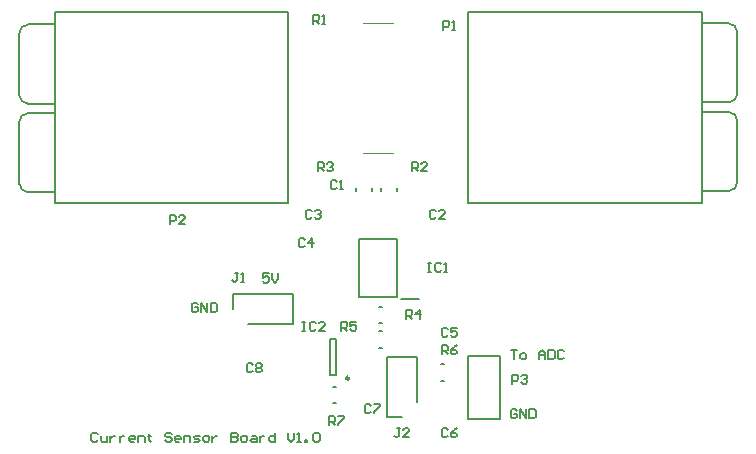
<source format=gto>
G04*
G04 #@! TF.GenerationSoftware,Altium Limited,Altium Designer,20.1.12 (249)*
G04*
G04 Layer_Color=65535*
%FSLAX44Y44*%
%MOMM*%
G71*
G04*
G04 #@! TF.SameCoordinates,2AA84F29-7605-4DC1-95F6-89BBEAF3FCC8*
G04*
G04*
G04 #@! TF.FilePolarity,Positive*
G04*
G01*
G75*
%ADD10C,0.2000*%
%ADD11C,0.2500*%
%ADD12C,0.1000*%
%ADD13C,0.2032*%
D10*
X556500Y294500D02*
G03*
X564000Y302000I0J7500D01*
G01*
Y354000D02*
G03*
X556500Y361500I-7500J0D01*
G01*
X564000Y279000D02*
G03*
X556500Y286500I-7500J0D01*
G01*
Y219500D02*
G03*
X564000Y227000I0J7500D01*
G01*
X-36500Y285500D02*
G03*
X-44000Y278000I0J-7500D01*
G01*
Y226000D02*
G03*
X-36500Y218500I7500J0D01*
G01*
X-44000Y301000D02*
G03*
X-36500Y293500I7500J0D01*
G01*
Y360500D02*
G03*
X-44000Y353000I0J-7500D01*
G01*
X150000Y107300D02*
X188100D01*
Y132700D01*
X137300D02*
X188100D01*
X137300Y120000D02*
Y132700D01*
X292985Y40858D02*
Y78958D01*
X267585D02*
X292985D01*
X267585Y28157D02*
Y78958D01*
Y28157D02*
X280285D01*
X279500Y128365D02*
X294750D01*
X276000Y129665D02*
Y178665D01*
X244000D02*
X276000D01*
X244000Y129665D02*
Y178665D01*
Y129665D02*
X276000D01*
X262043Y219750D02*
Y222250D01*
X276043Y219750D02*
Y222250D01*
X241000Y219750D02*
Y222250D01*
X255000Y219750D02*
Y222250D01*
X260750Y107622D02*
X263250D01*
X260750Y121622D02*
X263250D01*
X260750Y100580D02*
X263250D01*
X260750Y86580D02*
X263250D01*
X313528Y59000D02*
X316028D01*
X313528Y73000D02*
X316028D01*
X221750Y39707D02*
X224250D01*
X221750Y53707D02*
X224250D01*
X336000Y209000D02*
Y371000D01*
X534000Y209000D02*
Y371000D01*
X336000D02*
X534000D01*
X336000Y209000D02*
X534000Y209000D01*
Y294500D02*
X556500D01*
X564000Y302000D02*
Y354500D01*
X534000Y361500D02*
X556500D01*
X534000Y286500D02*
X556500D01*
X564000Y227000D02*
Y279500D01*
X534000Y219500D02*
X556500D01*
X184000Y209000D02*
Y371000D01*
X-14000Y209000D02*
Y371000D01*
Y209000D02*
X184000D01*
X-14000Y371000D02*
X184000Y371000D01*
X-36500Y285500D02*
X-14000D01*
X-44000Y225500D02*
Y278000D01*
X-36500Y218500D02*
X-14000D01*
X-36500Y293500D02*
X-14000D01*
X-44000Y300500D02*
Y353000D01*
X-36500Y360500D02*
X-14000D01*
X336070Y79900D02*
X362970D01*
X336070Y26100D02*
Y79900D01*
Y26100D02*
X362970D01*
Y79900D01*
X219500Y64000D02*
X224500D01*
X219500Y94000D02*
X224500D01*
Y64000D02*
Y94000D01*
X219500Y64000D02*
Y94000D01*
X22332Y13664D02*
X20999Y14997D01*
X18333D01*
X17000Y13664D01*
Y8333D01*
X18333Y7000D01*
X20999D01*
X22332Y8333D01*
X24997Y12332D02*
Y8333D01*
X26330Y7000D01*
X30329D01*
Y12332D01*
X32995D02*
Y7000D01*
Y9666D01*
X34328Y10999D01*
X35661Y12332D01*
X36994D01*
X40992D02*
Y7000D01*
Y9666D01*
X42325Y10999D01*
X43658Y12332D01*
X44991D01*
X52988Y7000D02*
X50323D01*
X48990Y8333D01*
Y10999D01*
X50323Y12332D01*
X52988D01*
X54321Y10999D01*
Y9666D01*
X48990D01*
X56987Y7000D02*
Y12332D01*
X60986D01*
X62319Y10999D01*
Y7000D01*
X66317Y13664D02*
Y12332D01*
X64984D01*
X67650D01*
X66317D01*
Y8333D01*
X67650Y7000D01*
X84978Y13664D02*
X83645Y14997D01*
X80979D01*
X79646Y13664D01*
Y12332D01*
X80979Y10999D01*
X83645D01*
X84978Y9666D01*
Y8333D01*
X83645Y7000D01*
X80979D01*
X79646Y8333D01*
X91643Y7000D02*
X88977D01*
X87644Y8333D01*
Y10999D01*
X88977Y12332D01*
X91643D01*
X92976Y10999D01*
Y9666D01*
X87644D01*
X95641Y7000D02*
Y12332D01*
X99640D01*
X100973Y10999D01*
Y7000D01*
X103639D02*
X107637D01*
X108970Y8333D01*
X107637Y9666D01*
X104972D01*
X103639Y10999D01*
X104972Y12332D01*
X108970D01*
X112969Y7000D02*
X115635D01*
X116968Y8333D01*
Y10999D01*
X115635Y12332D01*
X112969D01*
X111636Y10999D01*
Y8333D01*
X112969Y7000D01*
X119634Y12332D02*
Y7000D01*
Y9666D01*
X120967Y10999D01*
X122299Y12332D01*
X123632D01*
X135628Y14997D02*
Y7000D01*
X139627D01*
X140960Y8333D01*
Y9666D01*
X139627Y10999D01*
X135628D01*
X139627D01*
X140960Y12332D01*
Y13664D01*
X139627Y14997D01*
X135628D01*
X144959Y7000D02*
X147625D01*
X148957Y8333D01*
Y10999D01*
X147625Y12332D01*
X144959D01*
X143626Y10999D01*
Y8333D01*
X144959Y7000D01*
X152956Y12332D02*
X155622D01*
X156955Y10999D01*
Y7000D01*
X152956D01*
X151623Y8333D01*
X152956Y9666D01*
X156955D01*
X159621Y12332D02*
Y7000D01*
Y9666D01*
X160954Y10999D01*
X162286Y12332D01*
X163619D01*
X172950Y14997D02*
Y7000D01*
X168951D01*
X167618Y8333D01*
Y10999D01*
X168951Y12332D01*
X172950D01*
X183613Y14997D02*
Y9666D01*
X186279Y7000D01*
X188944Y9666D01*
Y14997D01*
X191610Y7000D02*
X194276D01*
X192943D01*
Y14997D01*
X191610Y13664D01*
X198275Y7000D02*
Y8333D01*
X199608D01*
Y7000D01*
X198275D01*
X204939Y13664D02*
X206272Y14997D01*
X208938D01*
X210271Y13664D01*
Y8333D01*
X208938Y7000D01*
X206272D01*
X204939Y8333D01*
Y13664D01*
X167332Y149997D02*
X162000D01*
Y145999D01*
X164666Y147332D01*
X165999D01*
X167332Y145999D01*
Y143333D01*
X165999Y142000D01*
X163333D01*
X162000Y143333D01*
X169997Y149997D02*
Y144666D01*
X172663Y142000D01*
X175329Y144666D01*
Y149997D01*
X107332Y123665D02*
X105999Y124997D01*
X103333D01*
X102000Y123665D01*
Y118333D01*
X103333Y117000D01*
X105999D01*
X107332Y118333D01*
Y120999D01*
X104666D01*
X109997Y117000D02*
Y124997D01*
X115329Y117000D01*
Y124997D01*
X117995D02*
Y117000D01*
X121994D01*
X123326Y118333D01*
Y123665D01*
X121994Y124997D01*
X117995D01*
X372000Y84997D02*
X377332D01*
X374666D01*
Y77000D01*
X381330D02*
X383996D01*
X385329Y78333D01*
Y80999D01*
X383996Y82332D01*
X381330D01*
X379997Y80999D01*
Y78333D01*
X381330Y77000D01*
X395992D02*
Y82332D01*
X398658Y84997D01*
X401324Y82332D01*
Y77000D01*
Y80999D01*
X395992D01*
X403990Y84997D02*
Y77000D01*
X407988D01*
X409321Y78333D01*
Y83665D01*
X407988Y84997D01*
X403990D01*
X417319Y83665D02*
X415986Y84997D01*
X413320D01*
X411987Y83665D01*
Y78333D01*
X413320Y77000D01*
X415986D01*
X417319Y78333D01*
X377332Y33665D02*
X375999Y34997D01*
X373333D01*
X372000Y33665D01*
Y28333D01*
X373333Y27000D01*
X375999D01*
X377332Y28333D01*
Y30999D01*
X374666D01*
X379997Y27000D02*
Y34997D01*
X385329Y27000D01*
Y34997D01*
X387995D02*
Y27000D01*
X391994D01*
X393326Y28333D01*
Y33665D01*
X391994Y34997D01*
X387995D01*
D11*
X235250Y61000D02*
G03*
X235250Y61000I-1250J0D01*
G01*
D12*
X247250Y362000D02*
X272500D01*
X247500Y252000D02*
X272500D01*
D13*
X218652Y21191D02*
Y28809D01*
X222461D01*
X223730Y27539D01*
Y25000D01*
X222461Y23730D01*
X218652D01*
X221191D02*
X223730Y21191D01*
X226270Y28809D02*
X231348D01*
Y27539D01*
X226270Y22461D01*
Y21191D01*
X313652Y81191D02*
Y88809D01*
X317461D01*
X318730Y87539D01*
Y85000D01*
X317461Y83730D01*
X313652D01*
X316191D02*
X318730Y81191D01*
X326348Y88809D02*
X323809Y87539D01*
X321270Y85000D01*
Y82461D01*
X322539Y81191D01*
X325078D01*
X326348Y82461D01*
Y83730D01*
X325078Y85000D01*
X321270D01*
X228652Y101191D02*
Y108809D01*
X232461D01*
X233730Y107539D01*
Y105000D01*
X232461Y103730D01*
X228652D01*
X231191D02*
X233730Y101191D01*
X241348Y108809D02*
X236270D01*
Y105000D01*
X238809Y106270D01*
X240078D01*
X241348Y105000D01*
Y102461D01*
X240078Y101191D01*
X237539D01*
X236270Y102461D01*
X283652Y111191D02*
Y118809D01*
X287461D01*
X288730Y117539D01*
Y115000D01*
X287461Y113730D01*
X283652D01*
X286191D02*
X288730Y111191D01*
X295078D02*
Y118809D01*
X291270Y115000D01*
X296348D01*
X208652Y236191D02*
Y243809D01*
X212461D01*
X213730Y242539D01*
Y240000D01*
X212461Y238730D01*
X208652D01*
X211191D02*
X213730Y236191D01*
X216270Y242539D02*
X217539Y243809D01*
X220078D01*
X221348Y242539D01*
Y241270D01*
X220078Y240000D01*
X218809D01*
X220078D01*
X221348Y238730D01*
Y237461D01*
X220078Y236191D01*
X217539D01*
X216270Y237461D01*
X288652Y236191D02*
Y243809D01*
X292461D01*
X293730Y242539D01*
Y240000D01*
X292461Y238730D01*
X288652D01*
X291191D02*
X293730Y236191D01*
X301348D02*
X296270D01*
X301348Y241270D01*
Y242539D01*
X300078Y243809D01*
X297539D01*
X296270Y242539D01*
X204922Y361191D02*
Y368809D01*
X208730D01*
X210000Y367539D01*
Y365000D01*
X208730Y363730D01*
X204922D01*
X207461D02*
X210000Y361191D01*
X212539D02*
X215078D01*
X213809D01*
Y368809D01*
X212539Y367539D01*
X373652Y56191D02*
Y63809D01*
X377461D01*
X378730Y62539D01*
Y60000D01*
X377461Y58730D01*
X373652D01*
X381270Y62539D02*
X382539Y63809D01*
X385078D01*
X386348Y62539D01*
Y61270D01*
X385078Y60000D01*
X383809D01*
X385078D01*
X386348Y58730D01*
Y57461D01*
X385078Y56191D01*
X382539D01*
X381270Y57461D01*
X83652Y191191D02*
Y198809D01*
X87461D01*
X88730Y197539D01*
Y195000D01*
X87461Y193730D01*
X83652D01*
X96348Y191191D02*
X91270D01*
X96348Y196270D01*
Y197539D01*
X95078Y198809D01*
X92539D01*
X91270Y197539D01*
X314922Y356191D02*
Y363809D01*
X318730D01*
X320000Y362539D01*
Y360000D01*
X318730Y358730D01*
X314922D01*
X322539Y356191D02*
X325078D01*
X323809D01*
Y363809D01*
X322539Y362539D01*
X278730Y18809D02*
X276191D01*
X277461D01*
Y12461D01*
X276191Y11191D01*
X274922D01*
X273652Y12461D01*
X286348Y11191D02*
X281270D01*
X286348Y16270D01*
Y17539D01*
X285078Y18809D01*
X282539D01*
X281270Y17539D01*
X141610Y150096D02*
X139071D01*
X140341D01*
Y143748D01*
X139071Y142478D01*
X137802D01*
X136532Y143748D01*
X144150Y142478D02*
X146689D01*
X145419D01*
Y150096D01*
X144150Y148826D01*
X195478Y108809D02*
X198017D01*
X196748D01*
Y101191D01*
X195478D01*
X198017D01*
X206904Y107539D02*
X205635Y108809D01*
X203096D01*
X201826Y107539D01*
Y102461D01*
X203096Y101191D01*
X205635D01*
X206904Y102461D01*
X214522Y101191D02*
X209444D01*
X214522Y106270D01*
Y107539D01*
X213252Y108809D01*
X210713D01*
X209444Y107539D01*
X301748Y158809D02*
X304287D01*
X303017D01*
Y151191D01*
X301748D01*
X304287D01*
X313174Y157539D02*
X311904Y158809D01*
X309365D01*
X308096Y157539D01*
Y152461D01*
X309365Y151191D01*
X311904D01*
X313174Y152461D01*
X315713Y151191D02*
X318252D01*
X316983D01*
Y158809D01*
X315713Y157539D01*
X153730Y72539D02*
X152461Y73809D01*
X149922D01*
X148652Y72539D01*
Y67461D01*
X149922Y66191D01*
X152461D01*
X153730Y67461D01*
X156270Y72539D02*
X157539Y73809D01*
X160078D01*
X161348Y72539D01*
Y71270D01*
X160078Y70000D01*
X161348Y68730D01*
Y67461D01*
X160078Y66191D01*
X157539D01*
X156270Y67461D01*
Y68730D01*
X157539Y70000D01*
X156270Y71270D01*
Y72539D01*
X157539Y70000D02*
X160078D01*
X253730Y37539D02*
X252461Y38809D01*
X249922D01*
X248652Y37539D01*
Y32461D01*
X249922Y31191D01*
X252461D01*
X253730Y32461D01*
X256270Y38809D02*
X261348D01*
Y37539D01*
X256270Y32461D01*
Y31191D01*
X318730Y17539D02*
X317461Y18809D01*
X314922D01*
X313652Y17539D01*
Y12461D01*
X314922Y11191D01*
X317461D01*
X318730Y12461D01*
X326348Y18809D02*
X323809Y17539D01*
X321270Y15000D01*
Y12461D01*
X322539Y11191D01*
X325078D01*
X326348Y12461D01*
Y13730D01*
X325078Y15000D01*
X321270D01*
X318730Y102539D02*
X317461Y103809D01*
X314922D01*
X313652Y102539D01*
Y97461D01*
X314922Y96191D01*
X317461D01*
X318730Y97461D01*
X326348Y103809D02*
X321270D01*
Y100000D01*
X323809Y101270D01*
X325078D01*
X326348Y100000D01*
Y97461D01*
X325078Y96191D01*
X322539D01*
X321270Y97461D01*
X197813Y178223D02*
X196543Y179492D01*
X194004D01*
X192735Y178223D01*
Y173145D01*
X194004Y171875D01*
X196543D01*
X197813Y173145D01*
X204161Y171875D02*
Y179492D01*
X200352Y175684D01*
X205430D01*
X203730Y202539D02*
X202461Y203809D01*
X199922D01*
X198652Y202539D01*
Y197461D01*
X199922Y196191D01*
X202461D01*
X203730Y197461D01*
X206270Y202539D02*
X207539Y203809D01*
X210078D01*
X211348Y202539D01*
Y201270D01*
X210078Y200000D01*
X208809D01*
X210078D01*
X211348Y198730D01*
Y197461D01*
X210078Y196191D01*
X207539D01*
X206270Y197461D01*
X308730Y202539D02*
X307461Y203809D01*
X304922D01*
X303652Y202539D01*
Y197461D01*
X304922Y196191D01*
X307461D01*
X308730Y197461D01*
X316348Y196191D02*
X311270D01*
X316348Y201270D01*
Y202539D01*
X315078Y203809D01*
X312539D01*
X311270Y202539D01*
X225000Y227539D02*
X223730Y228809D01*
X221191D01*
X219922Y227539D01*
Y222461D01*
X221191Y221191D01*
X223730D01*
X225000Y222461D01*
X227539Y221191D02*
X230078D01*
X228809D01*
Y228809D01*
X227539Y227539D01*
M02*

</source>
